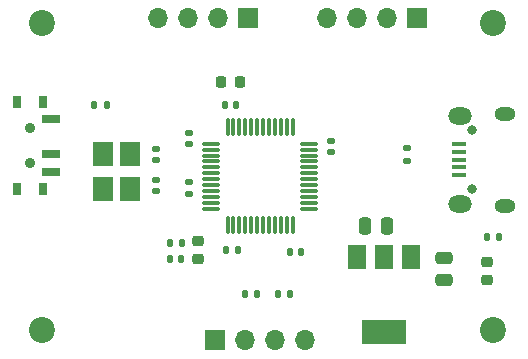
<source format=gbr>
%TF.GenerationSoftware,KiCad,Pcbnew,(6.0.9)*%
%TF.CreationDate,2023-11-06T14:53:44+05:30*%
%TF.ProjectId,Stm32 Tutorial,53746d33-3220-4547-9574-6f7269616c2e,rev?*%
%TF.SameCoordinates,Original*%
%TF.FileFunction,Soldermask,Top*%
%TF.FilePolarity,Negative*%
%FSLAX46Y46*%
G04 Gerber Fmt 4.6, Leading zero omitted, Abs format (unit mm)*
G04 Created by KiCad (PCBNEW (6.0.9)) date 2023-11-06 14:53:44*
%MOMM*%
%LPD*%
G01*
G04 APERTURE LIST*
G04 Aperture macros list*
%AMRoundRect*
0 Rectangle with rounded corners*
0 $1 Rounding radius*
0 $2 $3 $4 $5 $6 $7 $8 $9 X,Y pos of 4 corners*
0 Add a 4 corners polygon primitive as box body*
4,1,4,$2,$3,$4,$5,$6,$7,$8,$9,$2,$3,0*
0 Add four circle primitives for the rounded corners*
1,1,$1+$1,$2,$3*
1,1,$1+$1,$4,$5*
1,1,$1+$1,$6,$7*
1,1,$1+$1,$8,$9*
0 Add four rect primitives between the rounded corners*
20,1,$1+$1,$2,$3,$4,$5,0*
20,1,$1+$1,$4,$5,$6,$7,0*
20,1,$1+$1,$6,$7,$8,$9,0*
20,1,$1+$1,$8,$9,$2,$3,0*%
G04 Aperture macros list end*
%ADD10R,1.500000X2.000000*%
%ADD11R,3.800000X2.000000*%
%ADD12RoundRect,0.135000X-0.185000X0.135000X-0.185000X-0.135000X0.185000X-0.135000X0.185000X0.135000X0*%
%ADD13RoundRect,0.140000X0.170000X-0.140000X0.170000X0.140000X-0.170000X0.140000X-0.170000X-0.140000X0*%
%ADD14R,1.700000X1.700000*%
%ADD15O,1.700000X1.700000*%
%ADD16RoundRect,0.135000X-0.135000X-0.185000X0.135000X-0.185000X0.135000X0.185000X-0.135000X0.185000X0*%
%ADD17RoundRect,0.250000X-0.250000X-0.475000X0.250000X-0.475000X0.250000X0.475000X-0.250000X0.475000X0*%
%ADD18RoundRect,0.140000X0.140000X0.170000X-0.140000X0.170000X-0.140000X-0.170000X0.140000X-0.170000X0*%
%ADD19RoundRect,0.140000X-0.170000X0.140000X-0.170000X-0.140000X0.170000X-0.140000X0.170000X0.140000X0*%
%ADD20RoundRect,0.135000X0.135000X0.185000X-0.135000X0.185000X-0.135000X-0.185000X0.135000X-0.185000X0*%
%ADD21RoundRect,0.075000X-0.662500X-0.075000X0.662500X-0.075000X0.662500X0.075000X-0.662500X0.075000X0*%
%ADD22RoundRect,0.075000X-0.075000X-0.662500X0.075000X-0.662500X0.075000X0.662500X-0.075000X0.662500X0*%
%ADD23RoundRect,0.140000X-0.140000X-0.170000X0.140000X-0.170000X0.140000X0.170000X-0.140000X0.170000X0*%
%ADD24C,2.200000*%
%ADD25RoundRect,0.225000X-0.225000X-0.250000X0.225000X-0.250000X0.225000X0.250000X-0.225000X0.250000X0*%
%ADD26RoundRect,0.218750X-0.256250X0.218750X-0.256250X-0.218750X0.256250X-0.218750X0.256250X0.218750X0*%
%ADD27RoundRect,0.250000X0.475000X-0.250000X0.475000X0.250000X-0.475000X0.250000X-0.475000X-0.250000X0*%
%ADD28R,0.800000X1.000000*%
%ADD29C,0.900000*%
%ADD30R,1.500000X0.700000*%
%ADD31O,0.800000X0.800000*%
%ADD32R,1.300000X0.450000*%
%ADD33O,1.800000X1.150000*%
%ADD34O,2.000000X1.450000*%
%ADD35R,1.800000X2.100000*%
G04 APERTURE END LIST*
D10*
%TO.C,U1*%
X167800000Y-95850000D03*
X165500000Y-95850000D03*
D11*
X165500000Y-102150000D03*
D10*
X163200000Y-95850000D03*
%TD*%
D12*
%TO.C,R5*%
X167450000Y-86650000D03*
X167450000Y-87670000D03*
%TD*%
D13*
%TO.C,C6*%
X149000000Y-86260000D03*
X149000000Y-85300000D03*
%TD*%
D14*
%TO.C,J2*%
X151200000Y-102900000D03*
D15*
X153740000Y-102900000D03*
X156280000Y-102900000D03*
X158820000Y-102900000D03*
%TD*%
D13*
%TO.C,C11*%
X149000000Y-90480000D03*
X149000000Y-89520000D03*
%TD*%
D16*
%TO.C,R4*%
X140980000Y-83000000D03*
X142000000Y-83000000D03*
%TD*%
D17*
%TO.C,C1*%
X163850000Y-93200000D03*
X165750000Y-93200000D03*
%TD*%
D16*
%TO.C,R1*%
X174240000Y-94150000D03*
X175260000Y-94150000D03*
%TD*%
D13*
%TO.C,C3*%
X146200000Y-87630000D03*
X146200000Y-86670000D03*
%TD*%
D18*
%TO.C,C12*%
X148355000Y-94625000D03*
X147395000Y-94625000D03*
%TD*%
D19*
%TO.C,C8*%
X161000000Y-86000000D03*
X161000000Y-86960000D03*
%TD*%
D20*
%TO.C,R3*%
X154775000Y-98975000D03*
X153755000Y-98975000D03*
%TD*%
D14*
%TO.C,J1*%
X153940000Y-75600000D03*
D15*
X151400000Y-75600000D03*
X148860000Y-75600000D03*
X146320000Y-75600000D03*
%TD*%
D21*
%TO.C,U2*%
X150837500Y-86250000D03*
X150837500Y-86750000D03*
X150837500Y-87250000D03*
X150837500Y-87750000D03*
X150837500Y-88250000D03*
X150837500Y-88750000D03*
X150837500Y-89250000D03*
X150837500Y-89750000D03*
X150837500Y-90250000D03*
X150837500Y-90750000D03*
X150837500Y-91250000D03*
X150837500Y-91750000D03*
D22*
X152250000Y-93162500D03*
X152750000Y-93162500D03*
X153250000Y-93162500D03*
X153750000Y-93162500D03*
X154250000Y-93162500D03*
X154750000Y-93162500D03*
X155250000Y-93162500D03*
X155750000Y-93162500D03*
X156250000Y-93162500D03*
X156750000Y-93162500D03*
X157250000Y-93162500D03*
X157750000Y-93162500D03*
D21*
X159162500Y-91750000D03*
X159162500Y-91250000D03*
X159162500Y-90750000D03*
X159162500Y-90250000D03*
X159162500Y-89750000D03*
X159162500Y-89250000D03*
X159162500Y-88750000D03*
X159162500Y-88250000D03*
X159162500Y-87750000D03*
X159162500Y-87250000D03*
X159162500Y-86750000D03*
X159162500Y-86250000D03*
D22*
X157750000Y-84837500D03*
X157250000Y-84837500D03*
X156750000Y-84837500D03*
X156250000Y-84837500D03*
X155750000Y-84837500D03*
X155250000Y-84837500D03*
X154750000Y-84837500D03*
X154250000Y-84837500D03*
X153750000Y-84837500D03*
X153250000Y-84837500D03*
X152750000Y-84837500D03*
X152250000Y-84837500D03*
%TD*%
D18*
%TO.C,C10*%
X158485000Y-95375000D03*
X157525000Y-95375000D03*
%TD*%
D23*
%TO.C,C9*%
X152020000Y-83000000D03*
X152980000Y-83000000D03*
%TD*%
D24*
%TO.C,H1*%
X136500000Y-76000000D03*
%TD*%
%TO.C,H3*%
X174750000Y-102000000D03*
%TD*%
D25*
%TO.C,C5*%
X151725000Y-81000000D03*
X153275000Y-81000000D03*
%TD*%
D13*
%TO.C,C7*%
X146200000Y-90260000D03*
X146200000Y-89300000D03*
%TD*%
D26*
%TO.C,D1*%
X174250000Y-96250000D03*
X174250000Y-97825000D03*
%TD*%
D27*
%TO.C,C2*%
X170600000Y-97800000D03*
X170600000Y-95900000D03*
%TD*%
D18*
%TO.C,C13*%
X148330000Y-96000000D03*
X147370000Y-96000000D03*
%TD*%
D26*
%TO.C,FB1*%
X149725000Y-94475000D03*
X149725000Y-96050000D03*
%TD*%
D24*
%TO.C,H4*%
X136500000Y-102000000D03*
%TD*%
D16*
%TO.C,R2*%
X156500000Y-99000000D03*
X157520000Y-99000000D03*
%TD*%
D28*
%TO.C,SW1*%
X134445000Y-82750000D03*
D29*
X135545000Y-84900000D03*
X135545000Y-87900000D03*
D28*
X134445000Y-90050000D03*
X136655000Y-90050000D03*
X136655000Y-82750000D03*
D30*
X137305000Y-84150000D03*
X137305000Y-87150000D03*
X137305000Y-88650000D03*
%TD*%
D23*
%TO.C,C4*%
X152145000Y-95275000D03*
X153105000Y-95275000D03*
%TD*%
D31*
%TO.C,J4*%
X172945000Y-85105000D03*
X172945000Y-90105000D03*
D32*
X171845000Y-88905000D03*
X171845000Y-88255000D03*
X171845000Y-87605000D03*
X171845000Y-86955000D03*
X171845000Y-86305000D03*
D33*
X175695000Y-83730000D03*
X175695000Y-91480000D03*
D34*
X171895000Y-83880000D03*
X171895000Y-91330000D03*
%TD*%
D35*
%TO.C,Y1*%
X141700000Y-87150000D03*
X141700000Y-90050000D03*
X144000000Y-90050000D03*
X144000000Y-87150000D03*
%TD*%
D24*
%TO.C,H2*%
X174750000Y-76000000D03*
%TD*%
D14*
%TO.C,J3*%
X168280000Y-75600000D03*
D15*
X165740000Y-75600000D03*
X163200000Y-75600000D03*
X160660000Y-75600000D03*
%TD*%
M02*

</source>
